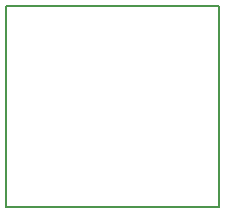
<source format=gbr>
G04 #@! TF.FileFunction,Profile,NP*
%FSLAX46Y46*%
G04 Gerber Fmt 4.6, Leading zero omitted, Abs format (unit mm)*
G04 Created by KiCad (PCBNEW 4.0.2+e4-6225~38~ubuntu16.04.1-stable) date Fri 29 Jul 2016 04:21:50 PM PDT*
%MOMM*%
G01*
G04 APERTURE LIST*
%ADD10C,0.100000*%
%ADD11C,0.150000*%
G04 APERTURE END LIST*
D10*
D11*
X138000000Y-114000000D02*
X138000000Y-97000000D01*
X156000000Y-114000000D02*
X138000000Y-114000000D01*
X156000000Y-97000000D02*
X156000000Y-114000000D01*
X138000000Y-97000000D02*
X156000000Y-97000000D01*
M02*

</source>
